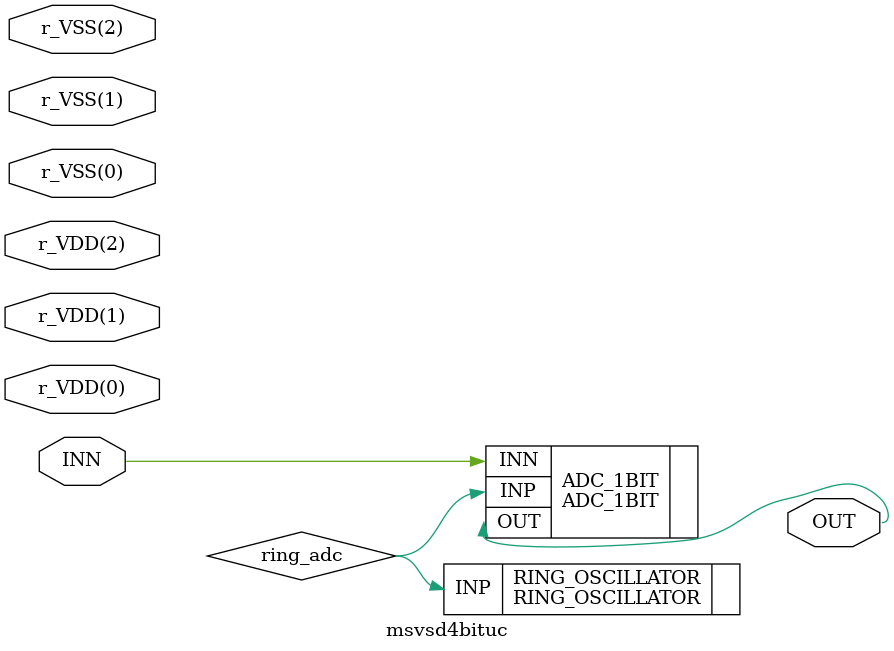
<source format=v>
module msvsd4bituc (INN,
    OUT,
    \r_VSS(0) ,
    \r_VSS(1) ,
    \r_VSS(2) ,
    \r_VDD(0) ,
    \r_VDD(1) ,
    \r_VDD(2) );
 input INN;
 output OUT;
 input \r_VSS(0) ;
 input \r_VSS(1) ;
 input \r_VSS(2) ;
 input \r_VDD(0) ;
 input \r_VDD(1) ;
 input \r_VDD(2) ;

 wire ring_adc;
 wire r_VSS;
 wire r_VDD;

 ADC_1BIT ADC_1BIT (.OUT(OUT),
    .INN(INN),
    .INP(ring_adc));
 RING_OSCILLATOR RING_OSCILLATOR (.INP(ring_adc));
 sky130_fd_sc_hd__decap_4 PHY_0 ();
 sky130_fd_sc_hd__decap_4 PHY_1 ();
 sky130_fd_sc_hd__decap_4 PHY_2 ();
 sky130_fd_sc_hd__decap_4 PHY_3 ();
 sky130_fd_sc_hd__decap_4 PHY_4 ();
 sky130_fd_sc_hd__decap_4 PHY_5 ();
 sky130_fd_sc_hd__decap_4 PHY_6 ();
 sky130_fd_sc_hd__decap_4 PHY_7 ();
 sky130_fd_sc_hd__decap_4 PHY_8 ();
 sky130_fd_sc_hd__decap_4 PHY_9 ();
 sky130_fd_sc_hd__decap_4 PHY_10 ();
 sky130_fd_sc_hd__decap_4 PHY_11 ();
 sky130_fd_sc_hd__decap_4 PHY_12 ();
 sky130_fd_sc_hd__decap_4 PHY_13 ();
 sky130_fd_sc_hd__decap_4 PHY_14 ();
 sky130_fd_sc_hd__decap_4 PHY_15 ();
 sky130_fd_sc_hd__decap_4 PHY_16 ();
 sky130_fd_sc_hd__decap_4 PHY_17 ();
 sky130_fd_sc_hd__decap_4 PHY_18 ();
 sky130_fd_sc_hd__decap_4 PHY_19 ();
 sky130_fd_sc_hd__decap_4 PHY_20 ();
 sky130_fd_sc_hd__decap_4 PHY_21 ();
 sky130_fd_sc_hd__decap_4 PHY_22 ();
 sky130_fd_sc_hd__decap_4 PHY_23 ();
 sky130_fd_sc_hd__decap_4 PHY_24 ();
 sky130_fd_sc_hd__decap_4 PHY_25 ();
 sky130_fd_sc_hd__decap_4 PHY_26 ();
 sky130_fd_sc_hd__decap_4 PHY_27 ();
 sky130_fd_sc_hd__decap_4 PHY_28 ();
 sky130_fd_sc_hd__decap_4 PHY_29 ();
 sky130_fd_sc_hd__decap_4 PHY_30 ();
 sky130_fd_sc_hd__decap_4 PHY_31 ();
 sky130_fd_sc_hd__decap_4 PHY_32 ();
 sky130_fd_sc_hd__decap_4 PHY_33 ();
 sky130_fd_sc_hd__decap_4 PHY_34 ();
 sky130_fd_sc_hd__decap_4 PHY_35 ();
 sky130_fd_sc_hd__decap_4 PHY_36 ();
 sky130_fd_sc_hd__decap_4 PHY_37 ();
 sky130_fd_sc_hd__decap_4 PHY_38 ();
 sky130_fd_sc_hd__decap_4 PHY_39 ();
 sky130_fd_sc_hd__decap_4 PHY_40 ();
 sky130_fd_sc_hd__decap_4 PHY_41 ();
 sky130_fd_sc_hd__decap_4 PHY_42 ();
 sky130_fd_sc_hd__decap_4 PHY_43 ();
 sky130_fd_sc_hd__decap_4 PHY_44 ();
 sky130_fd_sc_hd__decap_4 PHY_45 ();
 sky130_fd_sc_hd__decap_4 PHY_46 ();
 sky130_fd_sc_hd__decap_4 PHY_47 ();
 sky130_fd_sc_hd__decap_4 PHY_48 ();
 sky130_fd_sc_hd__decap_4 PHY_49 ();
 sky130_fd_sc_hd__decap_4 PHY_50 ();
 sky130_fd_sc_hd__decap_4 PHY_51 ();
 sky130_fd_sc_hd__decap_4 PHY_52 ();
 sky130_fd_sc_hd__decap_4 PHY_53 ();
 sky130_fd_sc_hd__decap_4 PHY_54 ();
 sky130_fd_sc_hd__decap_4 PHY_55 ();
 sky130_fd_sc_hd__decap_4 PHY_56 ();
 sky130_fd_sc_hd__decap_4 PHY_57 ();
 sky130_fd_sc_hd__decap_4 PHY_58 ();
 sky130_fd_sc_hd__decap_4 PHY_59 ();
 sky130_fd_sc_hd__tapvpwrvgnd_1 TAP_60 ();
 sky130_fd_sc_hd__tapvpwrvgnd_1 TAP_61 ();
 sky130_fd_sc_hd__tapvpwrvgnd_1 TAP_62 ();
 sky130_fd_sc_hd__tapvpwrvgnd_1 TAP_63 ();
 sky130_fd_sc_hd__tapvpwrvgnd_1 TAP_64 ();
 sky130_fd_sc_hd__tapvpwrvgnd_1 TAP_65 ();
 sky130_fd_sc_hd__tapvpwrvgnd_1 TAP_66 ();
 sky130_fd_sc_hd__tapvpwrvgnd_1 TAP_67 ();
 sky130_fd_sc_hd__tapvpwrvgnd_1 TAP_68 ();
 sky130_fd_sc_hd__tapvpwrvgnd_1 TAP_69 ();
 sky130_fd_sc_hd__tapvpwrvgnd_1 TAP_70 ();
 sky130_fd_sc_hd__tapvpwrvgnd_1 TAP_71 ();
 sky130_fd_sc_hd__tapvpwrvgnd_1 TAP_72 ();
 sky130_fd_sc_hd__tapvpwrvgnd_1 TAP_73 ();
 sky130_fd_sc_hd__tapvpwrvgnd_1 TAP_74 ();
 sky130_fd_sc_hd__tapvpwrvgnd_1 TAP_75 ();
 sky130_fd_sc_hd__tapvpwrvgnd_1 TAP_76 ();
 sky130_fd_sc_hd__tapvpwrvgnd_1 TAP_77 ();
 sky130_fd_sc_hd__tapvpwrvgnd_1 TAP_78 ();
 sky130_fd_sc_hd__tapvpwrvgnd_1 TAP_79 ();
 sky130_fd_sc_hd__tapvpwrvgnd_1 TAP_80 ();
 sky130_fd_sc_hd__tapvpwrvgnd_1 TAP_81 ();
 sky130_fd_sc_hd__tapvpwrvgnd_1 TAP_82 ();
 sky130_fd_sc_hd__tapvpwrvgnd_1 TAP_83 ();
 sky130_fd_sc_hd__tapvpwrvgnd_1 TAP_84 ();
 sky130_fd_sc_hd__tapvpwrvgnd_1 TAP_85 ();
 sky130_fd_sc_hd__tapvpwrvgnd_1 TAP_86 ();
 sky130_fd_sc_hd__fill_8 FILLER_0_4 ();
 sky130_fd_sc_hd__fill_8 FILLER_0_12 ();
 sky130_fd_sc_hd__fill_8 FILLER_0_20 ();
 sky130_fd_sc_hd__fill_2 FILLER_0_28 ();
 sky130_fd_sc_hd__fill_8 FILLER_0_31 ();
 sky130_fd_sc_hd__fill_8 FILLER_0_39 ();
 sky130_fd_sc_hd__fill_8 FILLER_0_47 ();
 sky130_fd_sc_hd__fill_4 FILLER_0_55 ();
 sky130_fd_sc_hd__fill_1 FILLER_0_59 ();
 sky130_fd_sc_hd__fill_8 FILLER_0_61 ();
 sky130_fd_sc_hd__fill_8 FILLER_0_69 ();
 sky130_fd_sc_hd__fill_8 FILLER_0_77 ();
 sky130_fd_sc_hd__fill_4 FILLER_0_85 ();
 sky130_fd_sc_hd__fill_1 FILLER_0_89 ();
 sky130_fd_sc_hd__fill_8 FILLER_0_91 ();
 sky130_fd_sc_hd__fill_8 FILLER_0_99 ();
 sky130_fd_sc_hd__fill_8 FILLER_0_107 ();
 sky130_fd_sc_hd__fill_4 FILLER_0_115 ();
 sky130_fd_sc_hd__fill_1 FILLER_0_119 ();
 sky130_fd_sc_hd__fill_8 FILLER_0_121 ();
 sky130_fd_sc_hd__fill_8 FILLER_0_129 ();
 sky130_fd_sc_hd__fill_8 FILLER_0_137 ();
 sky130_fd_sc_hd__fill_4 FILLER_0_145 ();
 sky130_fd_sc_hd__fill_1 FILLER_0_149 ();
 sky130_fd_sc_hd__fill_4 FILLER_0_151 ();
 sky130_fd_sc_hd__fill_2 FILLER_0_155 ();
 sky130_fd_sc_hd__fill_1 FILLER_0_157 ();
 sky130_fd_sc_hd__fill_4 FILLER_1_4 ();
 sky130_fd_sc_hd__fill_2 FILLER_1_8 ();
 sky130_fd_sc_hd__fill_1 FILLER_1_10 ();
 sky130_fd_sc_hd__fill_8 FILLER_1_57 ();
 sky130_fd_sc_hd__fill_8 FILLER_1_65 ();
 sky130_fd_sc_hd__fill_8 FILLER_1_73 ();
 sky130_fd_sc_hd__fill_8 FILLER_1_81 ();
 sky130_fd_sc_hd__fill_8 FILLER_1_89 ();
 sky130_fd_sc_hd__fill_1 FILLER_1_97 ();
 sky130_fd_sc_hd__fill_8 FILLER_1_144 ();
 sky130_fd_sc_hd__fill_4 FILLER_1_152 ();
 sky130_fd_sc_hd__fill_2 FILLER_1_156 ();
 sky130_fd_sc_hd__fill_4 FILLER_2_4 ();
 sky130_fd_sc_hd__fill_2 FILLER_2_8 ();
 sky130_fd_sc_hd__fill_1 FILLER_2_10 ();
 sky130_fd_sc_hd__fill_8 FILLER_2_57 ();
 sky130_fd_sc_hd__fill_8 FILLER_2_65 ();
 sky130_fd_sc_hd__fill_8 FILLER_2_73 ();
 sky130_fd_sc_hd__fill_2 FILLER_2_81 ();
 sky130_fd_sc_hd__fill_8 FILLER_2_84 ();
 sky130_fd_sc_hd__fill_4 FILLER_2_92 ();
 sky130_fd_sc_hd__fill_2 FILLER_2_96 ();
 sky130_fd_sc_hd__fill_8 FILLER_2_144 ();
 sky130_fd_sc_hd__fill_4 FILLER_2_152 ();
 sky130_fd_sc_hd__fill_2 FILLER_2_156 ();
 sky130_fd_sc_hd__fill_4 FILLER_3_4 ();
 sky130_fd_sc_hd__fill_2 FILLER_3_8 ();
 sky130_fd_sc_hd__fill_1 FILLER_3_10 ();
 sky130_fd_sc_hd__fill_8 FILLER_3_57 ();
 sky130_fd_sc_hd__fill_8 FILLER_3_65 ();
 sky130_fd_sc_hd__fill_8 FILLER_3_73 ();
 sky130_fd_sc_hd__fill_8 FILLER_3_81 ();
 sky130_fd_sc_hd__fill_8 FILLER_3_89 ();
 sky130_fd_sc_hd__fill_1 FILLER_3_97 ();
 sky130_fd_sc_hd__fill_8 FILLER_3_144 ();
 sky130_fd_sc_hd__fill_4 FILLER_3_152 ();
 sky130_fd_sc_hd__fill_2 FILLER_3_156 ();
 sky130_fd_sc_hd__fill_4 FILLER_4_4 ();
 sky130_fd_sc_hd__fill_2 FILLER_4_8 ();
 sky130_fd_sc_hd__fill_1 FILLER_4_10 ();
 sky130_fd_sc_hd__fill_8 FILLER_4_57 ();
 sky130_fd_sc_hd__fill_8 FILLER_4_65 ();
 sky130_fd_sc_hd__fill_8 FILLER_4_73 ();
 sky130_fd_sc_hd__fill_2 FILLER_4_81 ();
 sky130_fd_sc_hd__fill_8 FILLER_4_84 ();
 sky130_fd_sc_hd__fill_4 FILLER_4_92 ();
 sky130_fd_sc_hd__fill_2 FILLER_4_96 ();
 sky130_fd_sc_hd__fill_8 FILLER_4_144 ();
 sky130_fd_sc_hd__fill_4 FILLER_4_152 ();
 sky130_fd_sc_hd__fill_2 FILLER_4_156 ();
 sky130_fd_sc_hd__fill_4 FILLER_5_4 ();
 sky130_fd_sc_hd__fill_2 FILLER_5_8 ();
 sky130_fd_sc_hd__fill_1 FILLER_5_10 ();
 sky130_fd_sc_hd__fill_8 FILLER_5_57 ();
 sky130_fd_sc_hd__fill_8 FILLER_5_65 ();
 sky130_fd_sc_hd__fill_8 FILLER_5_73 ();
 sky130_fd_sc_hd__fill_8 FILLER_5_81 ();
 sky130_fd_sc_hd__fill_8 FILLER_5_89 ();
 sky130_fd_sc_hd__fill_1 FILLER_5_97 ();
 sky130_fd_sc_hd__fill_8 FILLER_5_144 ();
 sky130_fd_sc_hd__fill_4 FILLER_5_152 ();
 sky130_fd_sc_hd__fill_2 FILLER_5_156 ();
 sky130_fd_sc_hd__fill_4 FILLER_6_4 ();
 sky130_fd_sc_hd__fill_2 FILLER_6_8 ();
 sky130_fd_sc_hd__fill_1 FILLER_6_10 ();
 sky130_fd_sc_hd__fill_8 FILLER_6_57 ();
 sky130_fd_sc_hd__fill_8 FILLER_6_65 ();
 sky130_fd_sc_hd__fill_8 FILLER_6_73 ();
 sky130_fd_sc_hd__fill_2 FILLER_6_81 ();
 sky130_fd_sc_hd__fill_8 FILLER_6_84 ();
 sky130_fd_sc_hd__fill_4 FILLER_6_92 ();
 sky130_fd_sc_hd__fill_2 FILLER_6_96 ();
 sky130_fd_sc_hd__fill_8 FILLER_6_144 ();
 sky130_fd_sc_hd__fill_4 FILLER_6_152 ();
 sky130_fd_sc_hd__fill_2 FILLER_6_156 ();
 sky130_fd_sc_hd__fill_4 FILLER_7_4 ();
 sky130_fd_sc_hd__fill_2 FILLER_7_8 ();
 sky130_fd_sc_hd__fill_1 FILLER_7_10 ();
 sky130_fd_sc_hd__fill_8 FILLER_7_57 ();
 sky130_fd_sc_hd__fill_8 FILLER_7_65 ();
 sky130_fd_sc_hd__fill_8 FILLER_7_73 ();
 sky130_fd_sc_hd__fill_8 FILLER_7_81 ();
 sky130_fd_sc_hd__fill_8 FILLER_7_89 ();
 sky130_fd_sc_hd__fill_1 FILLER_7_97 ();
 sky130_fd_sc_hd__fill_8 FILLER_7_144 ();
 sky130_fd_sc_hd__fill_4 FILLER_7_152 ();
 sky130_fd_sc_hd__fill_2 FILLER_7_156 ();
 sky130_fd_sc_hd__fill_4 FILLER_8_4 ();
 sky130_fd_sc_hd__fill_2 FILLER_8_8 ();
 sky130_fd_sc_hd__fill_1 FILLER_8_10 ();
 sky130_fd_sc_hd__fill_8 FILLER_8_57 ();
 sky130_fd_sc_hd__fill_8 FILLER_8_65 ();
 sky130_fd_sc_hd__fill_8 FILLER_8_73 ();
 sky130_fd_sc_hd__fill_2 FILLER_8_81 ();
 sky130_fd_sc_hd__fill_8 FILLER_8_84 ();
 sky130_fd_sc_hd__fill_4 FILLER_8_92 ();
 sky130_fd_sc_hd__fill_2 FILLER_8_96 ();
 sky130_fd_sc_hd__fill_8 FILLER_8_144 ();
 sky130_fd_sc_hd__fill_4 FILLER_8_152 ();
 sky130_fd_sc_hd__fill_2 FILLER_8_156 ();
 sky130_fd_sc_hd__fill_8 FILLER_9_4 ();
 sky130_fd_sc_hd__fill_8 FILLER_9_12 ();
 sky130_fd_sc_hd__fill_8 FILLER_9_20 ();
 sky130_fd_sc_hd__fill_2 FILLER_9_28 ();
 sky130_fd_sc_hd__fill_8 FILLER_9_31 ();
 sky130_fd_sc_hd__fill_8 FILLER_9_39 ();
 sky130_fd_sc_hd__fill_8 FILLER_9_47 ();
 sky130_fd_sc_hd__fill_4 FILLER_9_55 ();
 sky130_fd_sc_hd__fill_1 FILLER_9_59 ();
 sky130_fd_sc_hd__fill_8 FILLER_9_61 ();
 sky130_fd_sc_hd__fill_8 FILLER_9_69 ();
 sky130_fd_sc_hd__fill_8 FILLER_9_77 ();
 sky130_fd_sc_hd__fill_4 FILLER_9_85 ();
 sky130_fd_sc_hd__fill_1 FILLER_9_89 ();
 sky130_fd_sc_hd__fill_8 FILLER_9_91 ();
 sky130_fd_sc_hd__fill_8 FILLER_9_99 ();
 sky130_fd_sc_hd__fill_8 FILLER_9_107 ();
 sky130_fd_sc_hd__fill_4 FILLER_9_115 ();
 sky130_fd_sc_hd__fill_1 FILLER_9_119 ();
 sky130_fd_sc_hd__fill_8 FILLER_9_121 ();
 sky130_fd_sc_hd__fill_8 FILLER_9_129 ();
 sky130_fd_sc_hd__fill_8 FILLER_9_137 ();
 sky130_fd_sc_hd__fill_4 FILLER_9_145 ();
 sky130_fd_sc_hd__fill_1 FILLER_9_149 ();
 sky130_fd_sc_hd__fill_4 FILLER_9_151 ();
 sky130_fd_sc_hd__fill_2 FILLER_9_155 ();
 sky130_fd_sc_hd__fill_1 FILLER_9_157 ();
 sky130_fd_sc_hd__fill_8 FILLER_10_4 ();
 sky130_fd_sc_hd__fill_8 FILLER_10_12 ();
 sky130_fd_sc_hd__fill_8 FILLER_10_20 ();
 sky130_fd_sc_hd__fill_2 FILLER_10_28 ();
 sky130_fd_sc_hd__fill_8 FILLER_10_31 ();
 sky130_fd_sc_hd__fill_8 FILLER_10_39 ();
 sky130_fd_sc_hd__fill_8 FILLER_10_47 ();
 sky130_fd_sc_hd__fill_8 FILLER_10_55 ();
 sky130_fd_sc_hd__fill_8 FILLER_10_63 ();
 sky130_fd_sc_hd__fill_8 FILLER_10_71 ();
 sky130_fd_sc_hd__fill_8 FILLER_10_79 ();
 sky130_fd_sc_hd__fill_2 FILLER_10_87 ();
 sky130_fd_sc_hd__fill_1 FILLER_10_89 ();
 sky130_fd_sc_hd__fill_8 FILLER_10_91 ();
 sky130_fd_sc_hd__fill_8 FILLER_10_99 ();
 sky130_fd_sc_hd__fill_8 FILLER_10_107 ();
 sky130_fd_sc_hd__fill_8 FILLER_10_115 ();
 sky130_fd_sc_hd__fill_8 FILLER_10_123 ();
 sky130_fd_sc_hd__fill_8 FILLER_10_131 ();
 sky130_fd_sc_hd__fill_8 FILLER_10_139 ();
 sky130_fd_sc_hd__fill_2 FILLER_10_147 ();
 sky130_fd_sc_hd__fill_1 FILLER_10_149 ();
 sky130_fd_sc_hd__fill_4 FILLER_10_151 ();
 sky130_fd_sc_hd__fill_2 FILLER_10_155 ();
 sky130_fd_sc_hd__fill_1 FILLER_10_157 ();
 sky130_fd_sc_hd__fill_8 FILLER_11_4 ();
 sky130_fd_sc_hd__fill_8 FILLER_11_12 ();
 sky130_fd_sc_hd__fill_8 FILLER_11_20 ();
 sky130_fd_sc_hd__fill_8 FILLER_11_28 ();
 sky130_fd_sc_hd__fill_8 FILLER_11_36 ();
 sky130_fd_sc_hd__fill_8 FILLER_11_44 ();
 sky130_fd_sc_hd__fill_8 FILLER_11_52 ();
 sky130_fd_sc_hd__fill_8 FILLER_11_61 ();
 sky130_fd_sc_hd__fill_8 FILLER_11_69 ();
 sky130_fd_sc_hd__fill_8 FILLER_11_77 ();
 sky130_fd_sc_hd__fill_8 FILLER_11_85 ();
 sky130_fd_sc_hd__fill_8 FILLER_11_93 ();
 sky130_fd_sc_hd__fill_8 FILLER_11_101 ();
 sky130_fd_sc_hd__fill_8 FILLER_11_109 ();
 sky130_fd_sc_hd__fill_2 FILLER_11_117 ();
 sky130_fd_sc_hd__fill_1 FILLER_11_119 ();
 sky130_fd_sc_hd__fill_8 FILLER_11_121 ();
 sky130_fd_sc_hd__fill_8 FILLER_11_129 ();
 sky130_fd_sc_hd__fill_8 FILLER_11_137 ();
 sky130_fd_sc_hd__fill_8 FILLER_11_145 ();
 sky130_fd_sc_hd__fill_4 FILLER_11_153 ();
 sky130_fd_sc_hd__fill_1 FILLER_11_157 ();
 sky130_fd_sc_hd__fill_8 FILLER_12_4 ();
 sky130_fd_sc_hd__fill_8 FILLER_12_12 ();
 sky130_fd_sc_hd__fill_8 FILLER_12_20 ();
 sky130_fd_sc_hd__fill_2 FILLER_12_28 ();
 sky130_fd_sc_hd__fill_8 FILLER_12_31 ();
 sky130_fd_sc_hd__fill_8 FILLER_12_39 ();
 sky130_fd_sc_hd__fill_8 FILLER_12_47 ();
 sky130_fd_sc_hd__fill_8 FILLER_12_55 ();
 sky130_fd_sc_hd__fill_8 FILLER_12_63 ();
 sky130_fd_sc_hd__fill_8 FILLER_12_71 ();
 sky130_fd_sc_hd__fill_8 FILLER_12_79 ();
 sky130_fd_sc_hd__fill_2 FILLER_12_87 ();
 sky130_fd_sc_hd__fill_1 FILLER_12_89 ();
 sky130_fd_sc_hd__fill_8 FILLER_12_91 ();
 sky130_fd_sc_hd__fill_8 FILLER_12_99 ();
 sky130_fd_sc_hd__fill_8 FILLER_12_107 ();
 sky130_fd_sc_hd__fill_8 FILLER_12_115 ();
 sky130_fd_sc_hd__fill_8 FILLER_12_123 ();
 sky130_fd_sc_hd__fill_8 FILLER_12_131 ();
 sky130_fd_sc_hd__fill_8 FILLER_12_139 ();
 sky130_fd_sc_hd__fill_2 FILLER_12_147 ();
 sky130_fd_sc_hd__fill_1 FILLER_12_149 ();
 sky130_fd_sc_hd__fill_4 FILLER_12_151 ();
 sky130_fd_sc_hd__fill_2 FILLER_12_155 ();
 sky130_fd_sc_hd__fill_1 FILLER_12_157 ();
 sky130_fd_sc_hd__fill_8 FILLER_13_4 ();
 sky130_fd_sc_hd__fill_8 FILLER_13_12 ();
 sky130_fd_sc_hd__fill_8 FILLER_13_20 ();
 sky130_fd_sc_hd__fill_2 FILLER_13_28 ();
 sky130_fd_sc_hd__fill_8 FILLER_13_31 ();
 sky130_fd_sc_hd__fill_8 FILLER_13_39 ();
 sky130_fd_sc_hd__fill_8 FILLER_13_47 ();
 sky130_fd_sc_hd__fill_4 FILLER_13_55 ();
 sky130_fd_sc_hd__fill_1 FILLER_13_59 ();
 sky130_fd_sc_hd__fill_8 FILLER_13_61 ();
 sky130_fd_sc_hd__fill_8 FILLER_13_69 ();
 sky130_fd_sc_hd__fill_8 FILLER_13_77 ();
 sky130_fd_sc_hd__fill_4 FILLER_13_85 ();
 sky130_fd_sc_hd__fill_1 FILLER_13_89 ();
 sky130_fd_sc_hd__fill_8 FILLER_13_91 ();
 sky130_fd_sc_hd__fill_8 FILLER_13_99 ();
 sky130_fd_sc_hd__fill_8 FILLER_13_107 ();
 sky130_fd_sc_hd__fill_4 FILLER_13_115 ();
 sky130_fd_sc_hd__fill_1 FILLER_13_119 ();
 sky130_fd_sc_hd__fill_8 FILLER_13_121 ();
 sky130_fd_sc_hd__fill_8 FILLER_13_129 ();
 sky130_fd_sc_hd__fill_8 FILLER_13_137 ();
 sky130_fd_sc_hd__fill_4 FILLER_13_145 ();
 sky130_fd_sc_hd__fill_1 FILLER_13_149 ();
 sky130_fd_sc_hd__fill_4 FILLER_13_151 ();
 sky130_fd_sc_hd__fill_2 FILLER_13_155 ();
 sky130_fd_sc_hd__fill_1 FILLER_13_157 ();
endmodule

</source>
